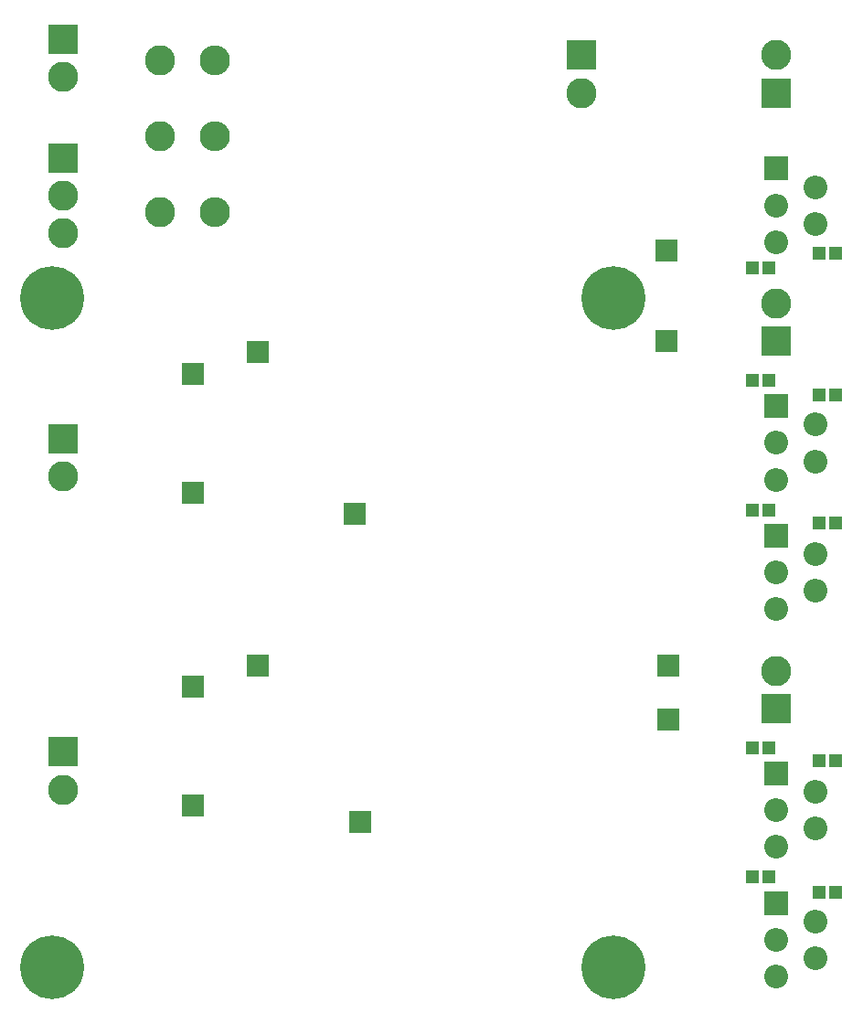
<source format=gbs>
%TF.GenerationSoftware,KiCad,Pcbnew,4.0.7-e2-6376~58~ubuntu16.04.1*%
%TF.CreationDate,2017-09-12T10:21:48+02:00*%
%TF.ProjectId,flt06,666C7430362E6B696361645F70636200,1*%
%TF.FileFunction,Soldermask,Bot*%
%FSLAX46Y46*%
G04 Gerber Fmt 4.6, Leading zero omitted, Abs format (unit mm)*
G04 Created by KiCad (PCBNEW 4.0.7-e2-6376~58~ubuntu16.04.1) date Tue Sep 12 10:21:48 2017*
%MOMM*%
%LPD*%
G01*
G04 APERTURE LIST*
%ADD10C,0.100000*%
%ADD11R,2.100000X2.100000*%
%ADD12C,5.900000*%
%ADD13R,1.200000X1.150000*%
%ADD14C,2.800000*%
%ADD15R,2.800000X2.800000*%
%ADD16O,2.800000X2.800000*%
%ADD17R,2.200000X2.200000*%
%ADD18O,2.200000X2.200000*%
G04 APERTURE END LIST*
D10*
D11*
X122000000Y-102000000D03*
D12*
X161000000Y-84000000D03*
X161000000Y-146000000D03*
X109000000Y-84000000D03*
X109000000Y-146000000D03*
D13*
X180050000Y-79800000D03*
X181550000Y-79800000D03*
X173850000Y-81200000D03*
X175350000Y-81200000D03*
X180050000Y-93000000D03*
X181550000Y-93000000D03*
X180050000Y-104800000D03*
X181550000Y-104800000D03*
X180050000Y-126800000D03*
X181550000Y-126800000D03*
X180050000Y-139000000D03*
X181550000Y-139000000D03*
X173850000Y-91600000D03*
X175350000Y-91600000D03*
X173850000Y-103600000D03*
X175350000Y-103600000D03*
X173850000Y-125600000D03*
X175350000Y-125600000D03*
X173850000Y-137600000D03*
X175350000Y-137600000D03*
D14*
X110000000Y-74500000D03*
X110000000Y-78000000D03*
D15*
X110000000Y-71000000D03*
D14*
X110000000Y-63500000D03*
D15*
X110000000Y-60000000D03*
D14*
X110000000Y-100500000D03*
D15*
X110000000Y-97000000D03*
D14*
X176000000Y-84500000D03*
D15*
X176000000Y-88000000D03*
D14*
X110000000Y-129500000D03*
D15*
X110000000Y-126000000D03*
D14*
X176000000Y-118500000D03*
D15*
X176000000Y-122000000D03*
D11*
X122000000Y-91000000D03*
X128000000Y-89000000D03*
X137000000Y-104000000D03*
X165900000Y-79600000D03*
X165900000Y-88000000D03*
X122000000Y-120000000D03*
X122000000Y-131000000D03*
X128000000Y-118000000D03*
X137500000Y-132500000D03*
X166000000Y-123000000D03*
D14*
X119000000Y-62000000D03*
D16*
X124080000Y-62000000D03*
D14*
X119000000Y-69000000D03*
D16*
X124080000Y-69000000D03*
D14*
X119000000Y-76000000D03*
D16*
X124080000Y-76000000D03*
D11*
X166000000Y-118000000D03*
D17*
X176000000Y-72000000D03*
D18*
X179700000Y-73700000D03*
X176000000Y-75400000D03*
X179700000Y-77100000D03*
X176000000Y-78800000D03*
D17*
X176000000Y-94000000D03*
D18*
X179700000Y-95700000D03*
X176000000Y-97400000D03*
X179700000Y-99100000D03*
X176000000Y-100800000D03*
D17*
X176000000Y-106000000D03*
D18*
X179700000Y-107700000D03*
X176000000Y-109400000D03*
X179700000Y-111100000D03*
X176000000Y-112800000D03*
D17*
X176000000Y-128000000D03*
D18*
X179700000Y-129700000D03*
X176000000Y-131400000D03*
X179700000Y-133100000D03*
X176000000Y-134800000D03*
D17*
X176000000Y-140000000D03*
D18*
X179700000Y-141700000D03*
X176000000Y-143400000D03*
X179700000Y-145100000D03*
X176000000Y-146800000D03*
D14*
X158000000Y-65000000D03*
D15*
X158000000Y-61500000D03*
D14*
X176000000Y-61500000D03*
D15*
X176000000Y-65000000D03*
M02*

</source>
